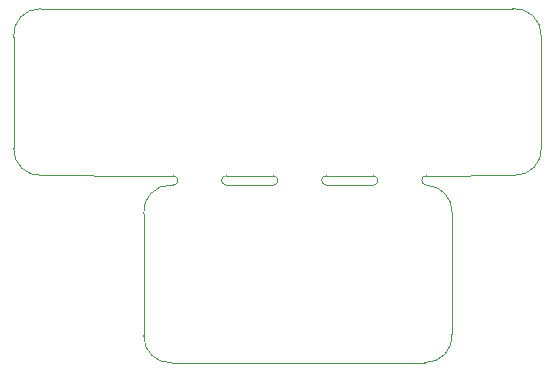
<source format=gbr>
%TF.GenerationSoftware,KiCad,Pcbnew,8.0.3*%
%TF.CreationDate,2025-09-30T21:19:20-04:00*%
%TF.ProjectId,NewHallSensorsLimitSwitches,4e657748-616c-46c5-9365-6e736f72734c,rev?*%
%TF.SameCoordinates,Original*%
%TF.FileFunction,Profile,NP*%
%FSLAX46Y46*%
G04 Gerber Fmt 4.6, Leading zero omitted, Abs format (unit mm)*
G04 Created by KiCad (PCBNEW 8.0.3) date 2025-09-30 21:19:20*
%MOMM*%
%LPD*%
G01*
G04 APERTURE LIST*
%TA.AperFunction,Profile*%
%ADD10C,0.050000*%
%TD*%
G04 APERTURE END LIST*
D10*
X183810000Y-114660000D02*
G75*
G02*
X181510002Y-117069933I-2229300J-174900D01*
G01*
X161100000Y-117100000D02*
G75*
G02*
X161100000Y-117900000I0J-400000D01*
G01*
X139118800Y-114771627D02*
X139118373Y-105368800D01*
X157125000Y-117900000D02*
G75*
G02*
X157125000Y-117100000I0J400000D01*
G01*
X181380000Y-102950000D02*
G75*
G02*
X183789933Y-105249998I174900J-2229300D01*
G01*
X174075000Y-117900000D02*
G75*
G02*
X176239949Y-120204623I-69000J-2234000D01*
G01*
X150137108Y-120305036D02*
G75*
G02*
X152437107Y-117895078I2229392J174836D01*
G01*
X174075000Y-117100000D02*
X181510000Y-117070000D01*
X176240377Y-130507450D02*
X176239950Y-120204623D01*
X152625000Y-117900000D02*
X152437108Y-117895036D01*
X150210000Y-117090000D02*
X152625000Y-117100000D01*
X169575000Y-117100000D02*
G75*
G02*
X169575000Y-117900000I0J-400000D01*
G01*
X165600000Y-117900000D02*
G75*
G02*
X165600000Y-117100000I0J400000D01*
G01*
X150137536Y-130637892D02*
X150137108Y-120305036D01*
X152547536Y-132937892D02*
G75*
G02*
X150137578Y-130637893I-174836J2229392D01*
G01*
X174075000Y-117900000D02*
G75*
G02*
X174075000Y-117100000I0J400000D01*
G01*
X141418373Y-102958800D02*
X181380000Y-102950000D01*
X150210000Y-117090000D02*
X141528800Y-117071627D01*
X157125000Y-117100000D02*
X161100000Y-117100000D01*
X152547536Y-132937892D02*
X173940377Y-132917450D01*
X176240377Y-130507450D02*
G75*
G02*
X173940378Y-132917408I-2229377J-174850D01*
G01*
X139118373Y-105368800D02*
G75*
G02*
X141418372Y-102958840I2229327J174900D01*
G01*
X161100000Y-117900000D02*
X157125000Y-117900000D01*
X141528800Y-117071627D02*
G75*
G02*
X139118840Y-114771628I-174900J2229327D01*
G01*
X152625000Y-117100000D02*
G75*
G02*
X152625000Y-117900000I0J-400000D01*
G01*
X183790000Y-105250000D02*
X183810000Y-114660000D01*
X169575000Y-117900000D02*
X165600000Y-117900000D01*
X169575000Y-117100000D02*
X165600000Y-117100000D01*
M02*

</source>
